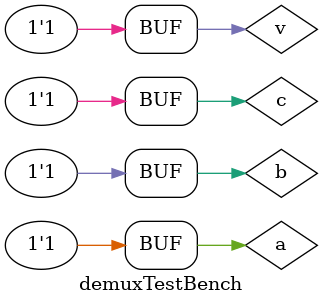
<source format=v>
module demux1to8 (
    a, b, c, v, d0, d1, d2, d3, d4, d5, d6, d7, sum, carry
);
input a, b, c, v;
output d0, d1, d2, d3, d4, d5, d6, d7, sum, carry;

assign d0 = ~b & ~c & ~v & a;
assign d1 = ~b & ~c & v & a;
assign d2 = ~b & c & ~v & a;
assign d3 = ~b & c & v & a;
assign d4 = b & ~c & ~v & a;
assign d5 = b & ~c & v & a;
assign d6 = b & c & ~v & a;
assign d7 = b & c & v & a;

// sum = d1 + d2 + d4 + d7
assign sum = d1 | d2 | d4 | d7;
// carry = d3 + d5 + d6 + d7
assign carry = d3 | d5 | d6 | d7;



    
endmodule

// module fullAdder (a, b, c, s, cOut);

module demuxTestBench;
reg a, b, c, v;
wire d0, d1, d2, d3, d4, d5, d6, d7, sum, carry;

demux1to8 i(a, b, c, v, d0, d1, d2, d3, d4, d5, d6, d7, sum, carry);

initial begin
    a=1'b1;
    b=1'b0; c=1'b0; v=1'b0;
    $monitor("Time: %0t, b: %b, c: %b, v: %b, a: %b, d0: %b, d1: %b, d2: %b, d3: %b, d4: %b, d5: %b, d6: %b, d7: %b, sum: %b, carry: %b", $time, b, c, v, a, d0, d1, d2, d3, d4, d5, d6, d7, sum, carry);
    #5 b=1'b0; c=1'b0; v=1'b0;
    #5 b=1'b0; c=1'b0; v=1'b1;
    #5 b=1'b0; c=1'b1; v=1'b0;
    #5 b=1'b0; c=1'b1; v=1'b1;
    #5 b=1'b1; c=1'b0; v=1'b0;
    #5 b=1'b1; c=1'b0; v=1'b1;
    #5 b=1'b1; c=1'b1; v=1'b0;
    #5 b=1'b1; c=1'b1; v=1'b1;
end
endmodule




</source>
